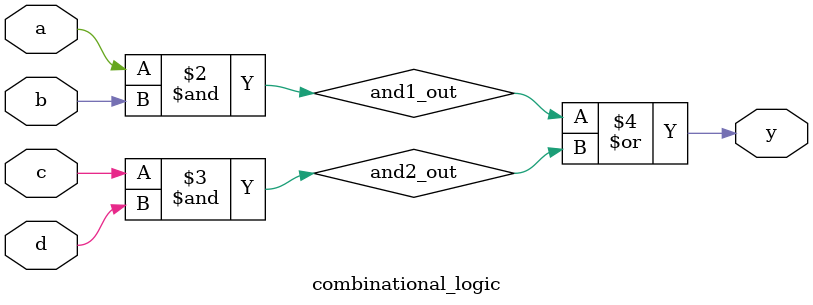
<source format=sv>
module combinational_logic (
    input logic a,
    input logic b,
    input logic c,
    input logic d,
    output logic y
);

    logic and1_out, and2_out;

    always @(*) begin
        and1_out = a & b;
        and2_out = c & d;
        y = and1_out | and2_out;
    end

endmodule
</source>
